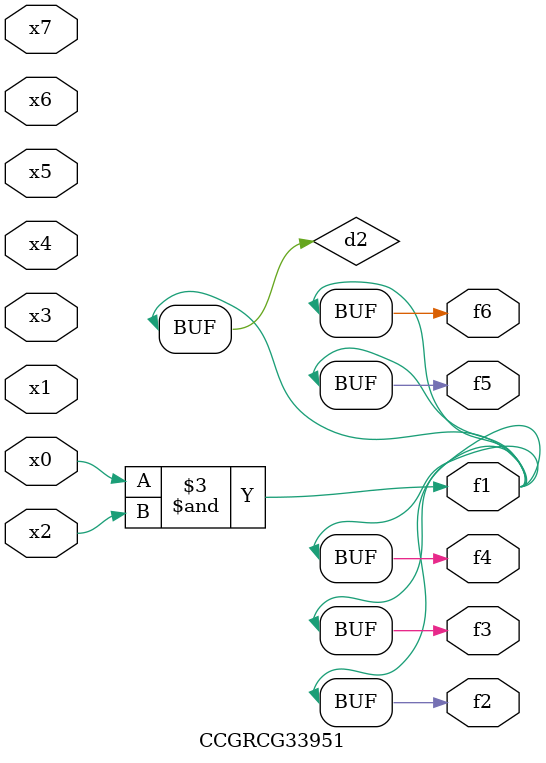
<source format=v>
module CCGRCG33951(
	input x0, x1, x2, x3, x4, x5, x6, x7,
	output f1, f2, f3, f4, f5, f6
);

	wire d1, d2;

	nor (d1, x3, x6);
	and (d2, x0, x2);
	assign f1 = d2;
	assign f2 = d2;
	assign f3 = d2;
	assign f4 = d2;
	assign f5 = d2;
	assign f6 = d2;
endmodule

</source>
